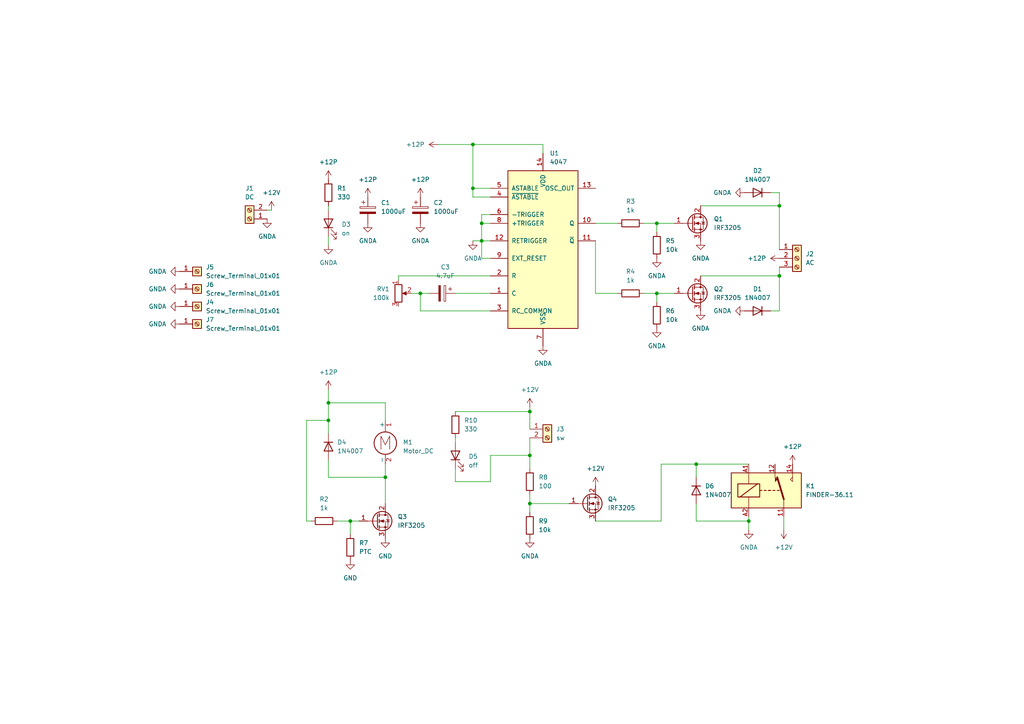
<source format=kicad_sch>
(kicad_sch (version 20230121) (generator eeschema)
  (paper "A4")
  (lib_symbols
    (symbol "4xxx:4047" (pin_names (offset 1.016))
      (property "Reference" "U" (at -7.62 24.13 0))
      (property "Value" "4047" (at -7.62 -24.13 0))
      (symbol "4047_1_0"
        (pin input line (at -15.24 -12.7 0) (length 5.08) (name "C") (number "1"))
        (pin output line (at 15.24 7.62 180) (length 5.08) (name "Q") (number "10"))
        (pin output line (at 15.24 2.54 180) (length 5.08) (name "~{Q}") (number "11"))
        (pin input line (at -15.24 2.54 0) (length 5.08) (name "RETRIGGER") (number "12"))
        (pin output line (at 15.24 17.78 180) (length 5.08) (name "OSC_OUT") (number "13"))
        (pin power_in line (at 0 27.94 270) (length 5.08) (name "VDD") (number "14"))
        (pin input line (at -15.24 -7.62 0) (length 5.08) (name "R") (number "2"))
        (pin input line (at -15.24 -17.78 0) (length 5.08) (name "RC_COMMON") (number "3"))
        (pin input line (at -15.24 15.24 0) (length 5.08) (name "~{ASTABLE}") (number "4"))
        (pin input line (at -15.24 17.78 0) (length 5.08) (name "ASTABLE") (number "5"))
        (pin input line (at -15.24 10.16 0) (length 5.08) (name "-TRIGGER") (number "6"))
        (pin power_in line (at 0 -27.94 90) (length 5.08) (name "VSS") (number "7"))
        (pin input line (at -15.24 7.62 0) (length 5.08) (name "+TRIGGER") (number "8"))
        (pin input line (at -15.24 -2.54 0) (length 5.08) (name "EXT_RESET") (number "9"))
      )
      (symbol "4047_1_1"
        (rectangle (start -10.16 22.86) (end 10.16 -22.86) (stroke (width 0.254)) (fill (type background)))
      )
    )
    (symbol "Connector:Screw_Terminal_01x01" (pin_names (offset 1.016) hide)
      (property "Reference" "J" (at 0 2.54 0))
      (property "Value" "Screw_Terminal_01x01" (at 0 -2.54 0))
      (symbol "Screw_Terminal_01x01_1_1"
        (rectangle (start -1.27 1.27) (end 1.27 -1.27) (stroke (width 0.254)) (fill (type background)))
        (polyline (pts (xy -0.5334 0.3302) (xy 0.3302 -0.508)) (stroke (width 0.1524)))
        (polyline (pts (xy -0.3556 0.508) (xy 0.508 -0.3302)) (stroke (width 0.1524)))
        (circle (center 0 0) (radius 0.635) (stroke (width 0.1524)))
        (pin passive line (at -5.08 0 0) (length 3.81) (name "Pin_1") (number "1"))
      )
    )
    (symbol "Connector:Screw_Terminal_01x02" (pin_names (offset 1.016) hide)
      (property "Reference" "J" (at 0 2.54 0))
      (property "Value" "Screw_Terminal_01x02" (at 0 -5.08 0))
      (symbol "Screw_Terminal_01x02_1_1"
        (rectangle (start -1.27 1.27) (end 1.27 -3.81) (stroke (width 0.254)) (fill (type background)))
        (circle (center 0 -2.54) (radius 0.635) (stroke (width 0.1524)))
        (polyline (pts (xy -0.5334 -2.2098) (xy 0.3302 -3.048)) (stroke (width 0.1524)))
        (polyline (pts (xy -0.5334 0.3302) (xy 0.3302 -0.508)) (stroke (width 0.1524)))
        (polyline (pts (xy -0.3556 -2.032) (xy 0.508 -2.8702)) (stroke (width 0.1524)))
        (polyline (pts (xy -0.3556 0.508) (xy 0.508 -0.3302)) (stroke (width 0.1524)))
        (circle (center 0 0) (radius 0.635) (stroke (width 0.1524)))
        (pin passive line (at -5.08 0 0) (length 3.81) (name "Pin_1") (number "1"))
        (pin passive line (at -5.08 -2.54 0) (length 3.81) (name "Pin_2") (number "2"))
      )
    )
    (symbol "Connector:Screw_Terminal_01x03" (pin_names (offset 1.016) hide)
      (property "Reference" "J" (at 0 5.08 0))
      (property "Value" "Screw_Terminal_01x03" (at 0 -5.08 0))
      (symbol "Screw_Terminal_01x03_1_1"
        (rectangle (start -1.27 3.81) (end 1.27 -3.81) (stroke (width 0.254)) (fill (type background)))
        (circle (center 0 -2.54) (radius 0.635) (stroke (width 0.1524)))
        (polyline (pts (xy -0.5334 -2.2098) (xy 0.3302 -3.048)) (stroke (width 0.1524)))
        (polyline (pts (xy -0.5334 0.3302) (xy 0.3302 -0.508)) (stroke (width 0.1524)))
        (polyline (pts (xy -0.5334 2.8702) (xy 0.3302 2.032)) (stroke (width 0.1524)))
        (polyline (pts (xy -0.3556 -2.032) (xy 0.508 -2.8702)) (stroke (width 0.1524)))
        (polyline (pts (xy -0.3556 0.508) (xy 0.508 -0.3302)) (stroke (width 0.1524)))
        (polyline (pts (xy -0.3556 3.048) (xy 0.508 2.2098)) (stroke (width 0.1524)))
        (circle (center 0 0) (radius 0.635) (stroke (width 0.1524)))
        (circle (center 0 2.54) (radius 0.635) (stroke (width 0.1524)))
        (pin passive line (at -5.08 2.54 0) (length 3.81) (name "Pin_1") (number "1"))
        (pin passive line (at -5.08 0 0) (length 3.81) (name "Pin_2") (number "2"))
        (pin passive line (at -5.08 -2.54 0) (length 3.81) (name "Pin_3") (number "3"))
      )
    )
    (symbol "Device:C_Polarized" (pin_numbers hide) (pin_names (offset 0.254))
      (property "Reference" "C" (at 0.635 2.54 0))
      (property "Value" "C_Polarized" (at 0.635 -2.54 0))
      (symbol "C_Polarized_0_1"
        (rectangle (start -2.286 0.508) (end 2.286 1.016))
        (polyline (pts (xy -1.778 2.286) (xy -0.762 2.286)))
        (polyline (pts (xy -1.27 2.794) (xy -1.27 1.778)))
        (rectangle (start 2.286 -0.508) (end -2.286 -1.016) (fill (type outline)))
      )
      (symbol "C_Polarized_1_1"
        (pin passive line (at 0 3.81 270) (length 2.794) (name "~") (number "1"))
        (pin passive line (at 0 -3.81 90) (length 2.794) (name "~") (number "2"))
      )
    )
    (symbol "Device:LED" (pin_numbers hide) (pin_names (offset 1.016) hide)
      (property "Reference" "D" (at 0 2.54 0))
      (property "Value" "LED" (at 0 -2.54 0))
      (symbol "LED_0_1"
        (polyline (pts (xy -1.27 -1.27) (xy -1.27 1.27)) (stroke (width 0.254)))
        (polyline (pts (xy -1.27 0) (xy 1.27 0)))
        (polyline (pts (xy 1.27 -1.27) (xy 1.27 1.27) (xy -1.27 0) (xy 1.27 -1.27)) (stroke (width 0.254)))
        (polyline (pts (xy -3.048 -0.762) (xy -4.572 -2.286) (xy -3.81 -2.286) (xy -4.572 -2.286) (xy -4.572 -1.524)))
        (polyline (pts (xy -1.778 -0.762) (xy -3.302 -2.286) (xy -2.54 -2.286) (xy -3.302 -2.286) (xy -3.302 -1.524)))
      )
      (symbol "LED_1_1"
        (pin passive line (at -3.81 0 0) (length 2.54) (name "K") (number "1"))
        (pin passive line (at 3.81 0 180) (length 2.54) (name "A") (number "2"))
      )
    )
    (symbol "Device:R" (pin_numbers hide) (pin_names (offset 0))
      (property "Reference" "R" (at 2.032 0 90))
      (property "Value" "R" (at 0 0 90))
      (symbol "R_0_1"
        (rectangle (start -1.016 -2.54) (end 1.016 2.54) (stroke (width 0.254)))
      )
      (symbol "R_1_1"
        (pin passive line (at 0 3.81 270) (length 1.27) (name "~") (number "1"))
        (pin passive line (at 0 -3.81 90) (length 1.27) (name "~") (number "2"))
      )
    )
    (symbol "Device:R_Potentiometer" (pin_names (offset 1.016) hide)
      (property "Reference" "RV" (at -4.445 0 90))
      (property "Value" "R_Potentiometer" (at -2.54 0 90))
      (symbol "R_Potentiometer_0_1"
        (polyline (pts (xy 2.54 0) (xy 1.524 0)))
        (polyline (pts (xy 1.143 0) (xy 2.286 0.508) (xy 2.286 -0.508) (xy 1.143 0)) (fill (type outline)))
        (rectangle (start 1.016 2.54) (end -1.016 -2.54) (stroke (width 0.254)))
      )
      (symbol "R_Potentiometer_1_1"
        (pin passive line (at 0 3.81 270) (length 1.27) (name "1") (number "1"))
        (pin passive line (at 3.81 0 180) (length 1.27) (name "2") (number "2"))
        (pin passive line (at 0 -3.81 90) (length 1.27) (name "3") (number "3"))
      )
    )
    (symbol "Diode:1N4007" (pin_numbers hide) (pin_names hide)
      (property "Reference" "D" (at 0 2.54 0))
      (property "Value" "1N4007" (at 0 -2.54 0))
      (symbol "1N4007_0_1"
        (polyline (pts (xy -1.27 1.27) (xy -1.27 -1.27)) (stroke (width 0.254)))
        (polyline (pts (xy 1.27 0) (xy -1.27 0)))
        (polyline (pts (xy 1.27 1.27) (xy 1.27 -1.27) (xy -1.27 0) (xy 1.27 1.27)) (stroke (width 0.254)))
      )
      (symbol "1N4007_1_1"
        (pin passive line (at -3.81 0 0) (length 2.54) (name "K") (number "1"))
        (pin passive line (at 3.81 0 180) (length 2.54) (name "A") (number "2"))
      )
    )
    (symbol "Motor:Motor_DC" (pin_names (offset 0))
      (property "Reference" "M" (at 2.54 2.54 0))
      (property "Value" "Motor_DC" (at 2.54 -5.08 0))
      (symbol "Motor_DC_0_0"
        (polyline (pts (xy -1.27 -3.302) (xy -1.27 0.508) (xy 0 -2.032) (xy 1.27 0.508) (xy 1.27 -3.302)))
      )
      (symbol "Motor_DC_0_1"
        (circle (center 0 -1.524) (radius 3.2512) (stroke (width 0.254)))
        (polyline (pts (xy 0 -7.62) (xy 0 -7.112)))
        (polyline (pts (xy 0 -4.7752) (xy 0 -5.1816)))
        (polyline (pts (xy 0 1.7272) (xy 0 2.0828)))
        (polyline (pts (xy 0 2.032) (xy 0 2.54)))
      )
      (symbol "Motor_DC_1_1"
        (pin passive line (at 0 5.08 270) (length 2.54) (name "+") (number "1"))
        (pin passive line (at 0 -7.62 90) (length 2.54) (name "-") (number "2"))
      )
    )
    (symbol "Relay:FINDER-36.11"
      (property "Reference" "K" (at 11.43 3.81 0))
      (property "Value" "FINDER-36.11" (at 11.43 1.27 0))
      (symbol "FINDER-36.11_0_0"
        (polyline (pts (xy 2.54 3.81) (xy 2.54 5.08)))
        (polyline (pts (xy 7.62 3.81) (xy 7.62 5.08)))
        (polyline (pts (xy 7.62 3.81) (xy 7.62 2.54) (xy 6.985 3.175) (xy 7.62 3.81)))
      )
      (symbol "FINDER-36.11_0_1"
        (rectangle (start -10.16 5.08) (end 10.16 -5.08) (stroke (width 0.254)) (fill (type background)))
        (rectangle (start -8.255 1.905) (end -1.905 -1.905) (stroke (width 0.254)))
        (polyline (pts (xy -7.62 -1.905) (xy -2.54 1.905)) (stroke (width 0.254)))
        (polyline (pts (xy -5.08 -5.08) (xy -5.08 -1.905)))
        (polyline (pts (xy -5.08 5.08) (xy -5.08 1.905)))
        (polyline (pts (xy -1.905 0) (xy -1.27 0)) (stroke (width 0.254)))
        (polyline (pts (xy -0.635 0) (xy 0 0)) (stroke (width 0.254)))
        (polyline (pts (xy 0.635 0) (xy 1.27 0)) (stroke (width 0.254)))
        (polyline (pts (xy 0.635 0) (xy 1.27 0)) (stroke (width 0.254)))
        (polyline (pts (xy 1.905 0) (xy 2.54 0)) (stroke (width 0.254)))
        (polyline (pts (xy 3.175 0) (xy 3.81 0)) (stroke (width 0.254)))
        (polyline (pts (xy 5.08 -2.54) (xy 3.175 3.81)) (stroke (width 0.508)))
        (polyline (pts (xy 5.08 -2.54) (xy 5.08 -5.08)))
        (polyline (pts (xy 2.54 2.54) (xy 3.175 3.175) (xy 2.54 3.81)) (fill (type outline)))
      )
      (symbol "FINDER-36.11_1_1"
        (pin passive line (at 5.08 -7.62 90) (length 2.54) (name "~") (number "11"))
        (pin passive line (at 2.54 7.62 270) (length 2.54) (name "~") (number "12"))
        (pin passive line (at 7.62 7.62 270) (length 2.54) (name "~") (number "14"))
        (pin passive line (at -5.08 7.62 270) (length 2.54) (name "~") (number "A1"))
        (pin passive line (at -5.08 -7.62 90) (length 2.54) (name "~") (number "A2"))
      )
    )
    (symbol "Transistor_FET:IRF3205" (pin_names hide)
      (property "Reference" "Q" (at 6.35 1.905 0))
      (property "Value" "IRF3205" (at 6.35 0 0))
      (symbol "IRF3205_0_1"
        (polyline (pts (xy 0.254 0) (xy -2.54 0)))
        (polyline (pts (xy 0.254 1.905) (xy 0.254 -1.905)) (stroke (width 0.254)))
        (polyline (pts (xy 0.762 -1.27) (xy 0.762 -2.286)) (stroke (width 0.254)))
        (polyline (pts (xy 0.762 0.508) (xy 0.762 -0.508)) (stroke (width 0.254)))
        (polyline (pts (xy 0.762 2.286) (xy 0.762 1.27)) (stroke (width 0.254)))
        (polyline (pts (xy 2.54 2.54) (xy 2.54 1.778)))
        (polyline (pts (xy 2.54 -2.54) (xy 2.54 0) (xy 0.762 0)))
        (polyline (pts (xy 0.762 -1.778) (xy 3.302 -1.778) (xy 3.302 1.778) (xy 0.762 1.778)))
        (polyline (pts (xy 1.016 0) (xy 2.032 0.381) (xy 2.032 -0.381) (xy 1.016 0)) (fill (type outline)))
        (polyline (pts (xy 2.794 0.508) (xy 2.921 0.381) (xy 3.683 0.381) (xy 3.81 0.254)))
        (polyline (pts (xy 3.302 0.381) (xy 2.921 -0.254) (xy 3.683 -0.254) (xy 3.302 0.381)))
        (circle (center 1.651 0) (radius 2.794) (stroke (width 0.254)))
        (circle (center 2.54 -1.778) (radius 0.254) (fill (type outline)))
        (circle (center 2.54 1.778) (radius 0.254) (fill (type outline)))
      )
      (symbol "IRF3205_1_1"
        (pin input line (at -5.08 0 0) (length 2.54) (name "G") (number "1"))
        (pin passive line (at 2.54 5.08 270) (length 2.54) (name "D") (number "2"))
        (pin passive line (at 2.54 -5.08 90) (length 2.54) (name "S") (number "3"))
      )
    )
    (symbol "power:+12P" (power) (pin_names (offset 0))
      (property "Value" "+12P" (at 0 3.556 0))
      (symbol "+12P_0_1"
        (polyline (pts (xy -0.762 1.27) (xy 0 2.54)))
        (polyline (pts (xy 0 0) (xy 0 2.54)))
        (polyline (pts (xy 0 2.54) (xy 0.762 1.27)))
      )
      (symbol "+12P_1_1"
        (pin power_in line (at 0 0 90) (length 0) hide (name "+12P") (number "1"))
      )
    )
    (symbol "power:+12V" (power) (pin_names (offset 0))
      (property "Value" "+12V" (at 0 3.556 0))
      (symbol "+12V_0_1"
        (polyline (pts (xy -0.762 1.27) (xy 0 2.54)))
        (polyline (pts (xy 0 0) (xy 0 2.54)))
        (polyline (pts (xy 0 2.54) (xy 0.762 1.27)))
      )
      (symbol "+12V_1_1"
        (pin power_in line (at 0 0 90) (length 0) hide (name "+12V") (number "1"))
      )
    )
    (symbol "power:GND" (power) (pin_names (offset 0))
      (property "Value" "GND" (at 0 -3.81 0))
      (symbol "GND_0_1"
        (polyline (pts (xy 0 0) (xy 0 -1.27) (xy 1.27 -1.27) (xy 0 -2.54) (xy -1.27 -1.27) (xy 0 -1.27)))
      )
      (symbol "GND_1_1"
        (pin power_in line (at 0 0 270) (length 0) hide (name "GND") (number "1"))
      )
    )
    (symbol "power:GNDA" (power) (pin_names (offset 0))
      (property "Value" "GNDA" (at 0 -3.81 0))
      (symbol "GNDA_0_1"
        (polyline (pts (xy 0 0) (xy 0 -1.27) (xy 1.27 -1.27) (xy 0 -2.54) (xy -1.27 -1.27) (xy 0 -1.27)))
      )
      (symbol "GNDA_1_1"
        (pin power_in line (at 0 0 270) (length 0) hide (name "GNDA") (number "1"))
      )
    )
  )
  (junction (at 101.6 151.13))
  (junction (at 190.5 85.09))
  (junction (at 190.5 64.77))
  (junction (at 153.67 132.08))
  (junction (at 226.06 80.01))
  (junction (at 121.92 85.09))
  (junction (at 95.25 121.92))
  (junction (at 95.25 116.84))
  (junction (at 111.76 138.43))
  (junction (at 217.17 151.13))
  (junction (at 153.67 119.38))
  (junction (at 137.16 41.91))
  (junction (at 137.16 54.61))
  (junction (at 153.67 146.05))
  (junction (at 139.7 64.77))
  (junction (at 139.7 69.85))
  (junction (at 226.06 59.69))
  (junction (at 201.93 134.62))
  (wire (pts (xy 186.69 64.77) (xy 190.5 64.77)))
  (wire (pts (xy 201.93 146.05) (xy 201.93 151.13)))
  (wire (pts (xy 226.06 80.01) (xy 203.2 80.01)))
  (wire (pts (xy 172.72 151.13) (xy 191.77 151.13)))
  (wire (pts (xy 88.9 121.92) (xy 95.25 121.92)))
  (wire (pts (xy 190.5 64.77) (xy 190.5 67.31)))
  (wire (pts (xy 226.06 77.47) (xy 226.06 80.01)))
  (wire (pts (xy 165.1 146.05) (xy 153.67 146.05)))
  (wire (pts (xy 95.25 116.84) (xy 111.76 116.84)))
  (wire (pts (xy 132.08 139.7) (xy 142.24 139.7)))
  (wire (pts (xy 137.16 69.85) (xy 139.7 69.85)))
  (wire (pts (xy 153.67 118.11) (xy 153.67 119.38)))
  (wire (pts (xy 191.77 134.62) (xy 201.93 134.62)))
  (wire (pts (xy 226.06 59.69) (xy 203.2 59.69)))
  (wire (pts (xy 137.16 57.15) (xy 142.24 57.15)))
  (wire (pts (xy 190.5 85.09) (xy 190.5 87.63)))
  (wire (pts (xy 201.93 151.13) (xy 217.17 151.13)))
  (wire (pts (xy 95.25 138.43) (xy 111.76 138.43)))
  (wire (pts (xy 95.25 113.03) (xy 95.25 116.84)))
  (wire (pts (xy 217.17 151.13) (xy 217.17 153.67)))
  (wire (pts (xy 190.5 64.77) (xy 195.58 64.77)))
  (wire (pts (xy 153.67 146.05) (xy 153.67 143.51)))
  (wire (pts (xy 132.08 85.09) (xy 142.24 85.09)))
  (wire (pts (xy 139.7 64.77) (xy 139.7 69.85)))
  (wire (pts (xy 132.08 135.89) (xy 132.08 139.7)))
  (wire (pts (xy 226.06 72.39) (xy 226.06 59.69)))
  (wire (pts (xy 153.67 132.08) (xy 153.67 135.89)))
  (wire (pts (xy 111.76 134.62) (xy 111.76 138.43)))
  (wire (pts (xy 201.93 134.62) (xy 217.17 134.62)))
  (wire (pts (xy 153.67 119.38) (xy 153.67 124.46)))
  (wire (pts (xy 95.25 125.73) (xy 95.25 121.92)))
  (wire (pts (xy 142.24 90.17) (xy 121.92 90.17)))
  (wire (pts (xy 157.48 41.91) (xy 137.16 41.91)))
  (wire (pts (xy 142.24 139.7) (xy 142.24 132.08)))
  (wire (pts (xy 95.25 68.58) (xy 95.25 71.12)))
  (wire (pts (xy 172.72 64.77) (xy 179.07 64.77)))
  (wire (pts (xy 88.9 151.13) (xy 88.9 121.92)))
  (wire (pts (xy 226.06 80.01) (xy 226.06 90.17)))
  (wire (pts (xy 90.17 151.13) (xy 88.9 151.13)))
  (wire (pts (xy 115.57 80.01) (xy 142.24 80.01)))
  (wire (pts (xy 127 41.91) (xy 137.16 41.91)))
  (wire (pts (xy 142.24 132.08) (xy 153.67 132.08)))
  (wire (pts (xy 142.24 74.93) (xy 139.7 74.93)))
  (wire (pts (xy 139.7 69.85) (xy 142.24 69.85)))
  (wire (pts (xy 115.57 80.01) (xy 115.57 81.28)))
  (wire (pts (xy 201.93 138.43) (xy 201.93 134.62)))
  (wire (pts (xy 97.79 151.13) (xy 101.6 151.13)))
  (wire (pts (xy 95.25 121.92) (xy 95.25 116.84)))
  (wire (pts (xy 101.6 154.94) (xy 101.6 151.13)))
  (wire (pts (xy 95.25 59.69) (xy 95.25 60.96)))
  (wire (pts (xy 227.33 153.67) (xy 227.33 149.86)))
  (wire (pts (xy 217.17 149.86) (xy 217.17 151.13)))
  (wire (pts (xy 78.74 60.96) (xy 77.47 60.96)))
  (wire (pts (xy 190.5 85.09) (xy 195.58 85.09)))
  (wire (pts (xy 157.48 44.45) (xy 157.48 41.91)))
  (wire (pts (xy 137.16 54.61) (xy 137.16 57.15)))
  (wire (pts (xy 186.69 85.09) (xy 190.5 85.09)))
  (wire (pts (xy 142.24 62.23) (xy 139.7 62.23)))
  (wire (pts (xy 172.72 69.85) (xy 172.72 85.09)))
  (wire (pts (xy 137.16 41.91) (xy 137.16 54.61)))
  (wire (pts (xy 139.7 74.93) (xy 139.7 69.85)))
  (wire (pts (xy 101.6 151.13) (xy 104.14 151.13)))
  (wire (pts (xy 111.76 138.43) (xy 111.76 146.05)))
  (wire (pts (xy 132.08 127) (xy 132.08 128.27)))
  (wire (pts (xy 137.16 54.61) (xy 142.24 54.61)))
  (wire (pts (xy 139.7 62.23) (xy 139.7 64.77)))
  (wire (pts (xy 121.92 90.17) (xy 121.92 85.09)))
  (wire (pts (xy 111.76 116.84) (xy 111.76 121.92)))
  (wire (pts (xy 191.77 151.13) (xy 191.77 134.62)))
  (wire (pts (xy 121.92 85.09) (xy 124.46 85.09)))
  (wire (pts (xy 153.67 146.05) (xy 153.67 148.59)))
  (wire (pts (xy 95.25 133.35) (xy 95.25 138.43)))
  (wire (pts (xy 223.52 55.88) (xy 226.06 55.88)))
  (wire (pts (xy 226.06 55.88) (xy 226.06 59.69)))
  (wire (pts (xy 142.24 64.77) (xy 139.7 64.77)))
  (wire (pts (xy 132.08 119.38) (xy 153.67 119.38)))
  (wire (pts (xy 172.72 85.09) (xy 179.07 85.09)))
  (wire (pts (xy 223.52 90.17) (xy 226.06 90.17)))
  (wire (pts (xy 153.67 127) (xy 153.67 132.08)))
  (wire (pts (xy 119.38 85.09) (xy 121.92 85.09)))
  (symbol (lib_id "power:+12V") (at 78.74 60.96 0) (unit 1)
    (property "Reference" "#PWR024" (effects hide))
    (property "Value" "+12V" (at 78.74 55.88 0))
  )
  (symbol (lib_id "power:GNDA") (at 217.17 153.67 0) (unit 1)
    (property "Reference" "#PWR030" (effects hide))
    (property "Value" "GNDA" (at 217.17 158.75 0))
  )
  (symbol (lib_id "Device:C_Polarized") (at 128.27 85.09 270) (unit 1)
    (property "Reference" "C3" (at 129.159 77.47 90))
    (property "Value" "4.7uF" (at 129.159 80.01 90))
    (property "Footprint" "Capacitor_THT:CP_Radial_D5.0mm_P2.50mm" (effects hide))
  )
  (symbol (lib_id "Transistor_FET:IRF3205") (at 109.22 151.13 0) (unit 1)
    (property "Reference" "Q3" (at 115.316 149.86 0) (effects (justify left)))
    (property "Value" "IRF3205" (at 115.316 152.4 0) (effects (justify left)))
    (property "Footprint" "Package_TO_SOT_THT:TO-220-3_Vertical" (effects hide))
    (property "Datasheet" "http://www.irf.com/product-info/datasheets/data/irf3205.pdf" (effects hide))
  )
  (symbol (lib_id "Diode:1N4007") (at 219.71 55.88 180) (unit 1)
    (property "Reference" "D2" (at 219.71 49.53 0))
    (property "Value" "1N4007" (at 219.71 52.07 0))
    (property "Footprint" "Diode_THT:D_DO-41_SOD81_P10.16mm_Horizontal" (effects hide))
    (property "Datasheet" "http://www.vishay.com/docs/88503/1n4001.pdf" (effects hide))
    (property "Sim.Device" "D" (effects hide))
    (property "Sim.Pins" "1=K 2=A" (effects hide))
  )
  (symbol (lib_id "power:GNDA") (at 153.67 156.21 0) (unit 1)
    (property "Reference" "#PWR023" (effects hide))
    (property "Value" "GNDA" (at 153.67 161.29 0))
  )
  (symbol (lib_id "power:GNDA") (at 190.5 95.25 0) (unit 1)
    (property "Reference" "#PWR013" (effects hide))
    (property "Value" "GNDA" (at 190.5 100.33 0))
  )
  (symbol (lib_id "power:GNDA") (at 215.9 90.17 270) (unit 1)
    (property "Reference" "#PWR016" (effects hide))
    (property "Value" "GNDA" (at 212.09 90.17 90) (effects (justify right)))
  )
  (symbol (lib_id "power:GND") (at 101.6 162.56 0) (unit 1)
    (property "Reference" "#PWR020" (effects hide))
    (property "Value" "GND" (at 101.6 167.64 0))
  )
  (symbol (lib_id "Device:LED") (at 132.08 132.08 90) (unit 1)
    (property "Reference" "D5" (at 135.89 132.3975 90) (effects (justify right)))
    (property "Value" "off" (at 135.89 134.9375 90) (effects (justify right)))
    (property "Footprint" "LED_THT:LED_D5.0mm" (effects hide))
  )
  (symbol (lib_id "Motor:Motor_DC") (at 111.76 127 0) (unit 1)
    (property "Reference" "M1" (at 116.84 128.27 0) (effects (justify left)))
    (property "Value" "Motor_DC" (at 116.84 130.81 0) (effects (justify left)))
    (property "Footprint" "Connector_PinHeader_2.54mm:PinHeader_1x02_P2.54mm_Vertical" (effects hide))
  )
  (symbol (lib_id "Device:R") (at 153.67 139.7 180) (unit 1)
    (property "Reference" "R8" (at 156.21 138.43 0) (effects (justify right)))
    (property "Value" "100" (at 156.21 140.97 0) (effects (justify right)))
    (property "Footprint" "Resistor_THT:R_Axial_DIN0207_L6.3mm_D2.5mm_P7.62mm_Horizontal" (effects hide))
  )
  (symbol (lib_id "Device:C_Polarized") (at 121.92 60.96 0) (unit 1)
    (property "Reference" "C2" (at 125.73 58.801 0) (effects (justify left)))
    (property "Value" "1000uF" (at 125.73 61.341 0) (effects (justify left)))
    (property "Footprint" "Capacitor_THT:CP_Radial_D10.0mm_P5.00mm" (effects hide))
  )
  (symbol (lib_id "power:+12P") (at 106.68 57.15 0) (unit 1)
    (property "Reference" "#PWR05" (effects hide))
    (property "Value" "+12P" (at 106.68 52.07 0))
  )
  (symbol (lib_id "Connector:Screw_Terminal_01x01") (at 57.15 88.9 0) (unit 1)
    (property "Reference" "J4" (at 59.69 87.63 0) (effects (justify left)))
    (property "Value" "Screw_Terminal_01x01" (at 59.69 90.17 0) (effects (justify left)))
    (property "Footprint" "Connector_PinHeader_2.54mm:PinHeader_1x01_P2.54mm_Vertical" (effects hide))
  )
  (symbol (lib_id "power:+12V") (at 172.72 140.97 0) (unit 1)
    (property "Reference" "#PWR01" (effects hide))
    (property "Value" "+12V" (at 172.72 135.89 0))
  )
  (symbol (lib_id "power:+12P") (at 226.06 74.93 90) (unit 1)
    (property "Reference" "#PWR018" (effects hide))
    (property "Value" "+12P" (at 222.25 74.93 90) (effects (justify left)))
  )
  (symbol (lib_id "power:GNDA") (at 137.16 69.85 0) (unit 1)
    (property "Reference" "#PWR010" (effects hide))
    (property "Value" "GNDA" (at 137.16 74.93 0))
  )
  (symbol (lib_id "power:+12P") (at 95.25 52.07 0) (unit 1)
    (property "Reference" "#PWR03" (effects hide))
    (property "Value" "+12P" (at 95.25 46.99 0))
  )
  (symbol (lib_id "power:+12P") (at 95.25 113.03 0) (unit 1)
    (property "Reference" "#PWR019" (effects hide))
    (property "Value" "+12P" (at 95.25 107.95 0))
  )
  (symbol (lib_id "Device:LED") (at 95.25 64.77 90) (unit 1)
    (property "Reference" "D3" (at 99.06 65.0875 90) (effects (justify right)))
    (property "Value" "on" (at 99.06 67.6275 90) (effects (justify right)))
    (property "Footprint" "LED_THT:LED_D5.0mm" (effects hide))
  )
  (symbol (lib_id "power:GNDA") (at 52.07 83.82 270) (unit 1)
    (property "Reference" "#PWR027" (effects hide))
    (property "Value" "GNDA" (at 48.26 83.82 90) (effects (justify right)))
  )
  (symbol (lib_id "Diode:1N4007") (at 201.93 142.24 270) (unit 1)
    (property "Reference" "D6" (at 204.47 140.97 90) (effects (justify left)))
    (property "Value" "1N4007" (at 204.47 143.51 90) (effects (justify left)))
    (property "Footprint" "Diode_THT:D_DO-41_SOD81_P10.16mm_Horizontal" (effects hide))
    (property "Datasheet" "http://www.vishay.com/docs/88503/1n4001.pdf" (effects hide))
    (property "Sim.Device" "D" (effects hide))
    (property "Sim.Pins" "1=K 2=A" (effects hide))
  )
  (symbol (lib_id "power:GNDA") (at 215.9 55.88 270) (unit 1)
    (property "Reference" "#PWR017" (effects hide))
    (property "Value" "GNDA" (at 212.09 55.88 90) (effects (justify right)))
  )
  (symbol (lib_id "Device:C_Polarized") (at 106.68 60.96 0) (unit 1)
    (property "Reference" "C1" (at 110.49 58.801 0) (effects (justify left)))
    (property "Value" "1000uF" (at 110.49 61.341 0) (effects (justify left)))
    (property "Footprint" "Capacitor_THT:CP_Radial_D10.0mm_P5.00mm" (effects hide))
  )
  (symbol (lib_id "power:GNDA") (at 203.2 69.85 0) (unit 1)
    (property "Reference" "#PWR014" (effects hide))
    (property "Value" "GNDA" (at 203.2 74.93 0))
  )
  (symbol (lib_id "Transistor_FET:IRF3205") (at 200.66 64.77 0) (unit 1)
    (property "Reference" "Q1" (at 207.01 63.5 0) (effects (justify left)))
    (property "Value" "IRF3205" (at 207.01 66.04 0) (effects (justify left)))
    (property "Footprint" "Package_TO_SOT_THT:TO-220-3_Vertical" (effects hide))
    (property "Datasheet" "http://www.irf.com/product-info/datasheets/data/irf3205.pdf" (effects hide))
  )
  (symbol (lib_id "power:GND") (at 111.76 156.21 0) (unit 1)
    (property "Reference" "#PWR021" (effects hide))
    (property "Value" "GND" (at 111.76 161.29 0))
  )
  (symbol (lib_id "Transistor_FET:IRF3205") (at 200.66 85.09 0) (unit 1)
    (property "Reference" "Q2" (at 207.01 83.82 0) (effects (justify left)))
    (property "Value" "IRF3205" (at 207.01 86.36 0) (effects (justify left)))
    (property "Footprint" "Package_TO_SOT_THT:TO-220-3_Vertical" (effects hide))
    (property "Datasheet" "http://www.irf.com/product-info/datasheets/data/irf3205.pdf" (effects hide))
  )
  (symbol (lib_id "power:GNDA") (at 203.2 90.17 0) (unit 1)
    (property "Reference" "#PWR015" (effects hide))
    (property "Value" "GNDA" (at 203.2 95.25 0))
  )
  (symbol (lib_id "Diode:1N4007") (at 95.25 129.54 270) (unit 1)
    (property "Reference" "D4" (at 97.79 128.27 90) (effects (justify left)))
    (property "Value" "1N4007" (at 97.79 130.81 90) (effects (justify left)))
    (property "Footprint" "Diode_THT:D_DO-41_SOD81_P10.16mm_Horizontal" (effects hide))
    (property "Datasheet" "http://www.vishay.com/docs/88503/1n4001.pdf" (effects hide))
    (property "Sim.Device" "D" (effects hide))
    (property "Sim.Pins" "1=K 2=A" (effects hide))
  )
  (symbol (lib_id "power:GNDA") (at 52.07 93.98 270) (unit 1)
    (property "Reference" "#PWR029" (effects hide))
    (property "Value" "GNDA" (at 48.26 93.98 90) (effects (justify right)))
  )
  (symbol (lib_id "power:GNDA") (at 52.07 78.74 270) (unit 1)
    (property "Reference" "#PWR026" (effects hide))
    (property "Value" "GNDA" (at 48.26 78.74 90) (effects (justify right)))
  )
  (symbol (lib_id "Device:R") (at 190.5 91.44 180) (unit 1)
    (property "Reference" "R6" (at 193.04 90.17 0) (effects (justify right)))
    (property "Value" "10k" (at 193.04 92.71 0) (effects (justify right)))
    (property "Footprint" "Resistor_THT:R_Axial_DIN0207_L6.3mm_D2.5mm_P7.62mm_Horizontal" (effects hide))
  )
  (symbol (lib_id "Transistor_FET:IRF3205") (at 170.18 146.05 0) (unit 1)
    (property "Reference" "Q4" (at 176.276 144.78 0) (effects (justify left)))
    (property "Value" "IRF3205" (at 176.276 147.32 0) (effects (justify left)))
    (property "Footprint" "Package_TO_SOT_THT:TO-220-3_Vertical" (effects hide))
    (property "Datasheet" "http://www.irf.com/product-info/datasheets/data/irf3205.pdf" (effects hide))
  )
  (symbol (lib_id "Device:R") (at 101.6 158.75 0) (unit 1)
    (property "Reference" "R7" (at 104.14 157.48 0) (effects (justify left)))
    (property "Value" "PTC" (at 104.14 160.02 0) (effects (justify left)))
    (property "Footprint" "Resistor_THT:R_Axial_DIN0204_L3.6mm_D1.6mm_P5.08mm_Horizontal" (effects hide))
  )
  (symbol (lib_id "Device:R") (at 182.88 85.09 90) (unit 1)
    (property "Reference" "R4" (at 182.88 78.74 90))
    (property "Value" "1k" (at 182.88 81.28 90))
    (property "Footprint" "Resistor_THT:R_Axial_DIN0207_L6.3mm_D2.5mm_P7.62mm_Horizontal" (effects hide))
  )
  (symbol (lib_id "Device:R") (at 153.67 152.4 180) (unit 1)
    (property "Reference" "R9" (at 156.21 151.13 0) (effects (justify right)))
    (property "Value" "10k" (at 156.21 153.67 0) (effects (justify right)))
    (property "Footprint" "Resistor_THT:R_Axial_DIN0207_L6.3mm_D2.5mm_P7.62mm_Horizontal" (effects hide))
  )
  (symbol (lib_id "Device:R") (at 182.88 64.77 90) (unit 1)
    (property "Reference" "R3" (at 182.88 58.42 90))
    (property "Value" "1k" (at 182.88 60.96 90))
    (property "Footprint" "Resistor_THT:R_Axial_DIN0207_L6.3mm_D2.5mm_P7.62mm_Horizontal" (effects hide))
  )
  (symbol (lib_id "power:GNDA") (at 190.5 74.93 0) (unit 1)
    (property "Reference" "#PWR012" (effects hide))
    (property "Value" "GNDA" (at 190.5 80.01 0))
  )
  (symbol (lib_id "power:+12P") (at 121.92 57.15 0) (unit 1)
    (property "Reference" "#PWR07" (effects hide))
    (property "Value" "+12P" (at 121.92 52.07 0))
  )
  (symbol (lib_id "Device:R") (at 93.98 151.13 90) (unit 1)
    (property "Reference" "R2" (at 93.98 144.78 90))
    (property "Value" "1k" (at 93.98 147.32 90))
    (property "Footprint" "Resistor_THT:R_Axial_DIN0207_L6.3mm_D2.5mm_P7.62mm_Horizontal" (effects hide))
  )
  (symbol (lib_id "power:+12P") (at 229.87 134.62 0) (unit 1)
    (property "Reference" "#PWR025" (effects hide))
    (property "Value" "+12P" (at 229.87 129.54 0))
  )
  (symbol (lib_id "power:+12V") (at 153.67 118.11 0) (unit 1)
    (property "Reference" "#PWR022" (effects hide))
    (property "Value" "+12V" (at 153.67 113.03 0))
  )
  (symbol (lib_id "Connector:Screw_Terminal_01x03") (at 231.14 74.93 0) (unit 1)
    (property "Reference" "J2" (at 233.68 73.66 0) (effects (justify left)))
    (property "Value" "AC" (at 233.68 76.2 0) (effects (justify left)))
    (property "Footprint" "TerminalBlock:TerminalBlock_bornier-3_P5.08mm" (effects hide))
  )
  (symbol (lib_id "Connector:Screw_Terminal_01x01") (at 57.15 83.82 0) (unit 1)
    (property "Reference" "J6" (at 59.69 82.55 0) (effects (justify left)))
    (property "Value" "Screw_Terminal_01x01" (at 59.69 85.09 0) (effects (justify left)))
    (property "Footprint" "Connector_PinHeader_2.54mm:PinHeader_1x01_P2.54mm_Vertical" (effects hide))
  )
  (symbol (lib_id "power:GNDA") (at 52.07 88.9 270) (unit 1)
    (property "Reference" "#PWR028" (effects hide))
    (property "Value" "GNDA" (at 48.26 88.9 90) (effects (justify right)))
  )
  (symbol (lib_id "Relay:FINDER-36.11") (at 222.25 142.24 0) (unit 1)
    (property "Reference" "K1" (at 233.68 140.97 0) (effects (justify left)))
    (property "Value" "FINDER-36.11" (at 233.68 143.51 0) (effects (justify left)))
    (property "Footprint" "Relay_THT:Relay_SPDT_Finder_36.11" (effects hide))
    (property "Datasheet" "https://gfinder.findernet.com/public/attachments/36/EN/S36EN.pdf" (effects hide))
  )
  (symbol (lib_id "power:GNDA") (at 121.92 64.77 0) (unit 1)
    (property "Reference" "#PWR08" (effects hide))
    (property "Value" "GNDA" (at 121.92 69.85 0))
  )
  (symbol (lib_id "power:GNDA") (at 106.68 64.77 0) (unit 1)
    (property "Reference" "#PWR06" (effects hide))
    (property "Value" "GNDA" (at 106.68 69.85 0))
  )
  (symbol (lib_id "Device:R") (at 95.25 55.88 180) (unit 1)
    (property "Reference" "R1" (at 97.79 54.61 0) (effects (justify right)))
    (property "Value" "330" (at 97.79 57.15 0) (effects (justify right)))
    (property "Footprint" "Resistor_THT:R_Axial_DIN0207_L6.3mm_D2.5mm_P7.62mm_Horizontal" (effects hide))
  )
  (symbol (lib_id "Device:R_Potentiometer") (at 115.57 85.09 0) (unit 1)
    (property "Reference" "RV1" (at 113.03 83.82 0) (effects (justify right)))
    (property "Value" "100k" (at 113.03 86.36 0) (effects (justify right)))
    (property "Footprint" "Potentiometer_THT:Potentiometer_Runtron_RM-065_Vertical" (effects hide))
  )
  (symbol (lib_id "power:GNDA") (at 157.48 100.33 0) (unit 1)
    (property "Reference" "#PWR011" (effects hide))
    (property "Value" "GNDA" (at 157.48 105.41 0))
  )
  (symbol (lib_id "power:+12V") (at 227.33 153.67 180) (unit 1)
    (property "Reference" "#PWR031" (effects hide))
    (property "Value" "+12V" (at 227.33 158.75 0))
  )
  (symbol (lib_id "power:GNDA") (at 77.47 63.5 0) (unit 1)
    (property "Reference" "#PWR02" (effects hide))
    (property "Value" "GNDA" (at 77.47 68.58 0))
  )
  (symbol (lib_id "power:+12P") (at 127 41.91 90) (unit 1)
    (property "Reference" "#PWR09" (effects hide))
    (property "Value" "+12P" (at 123.19 41.91 90) (effects (justify left)))
  )
  (symbol (lib_id "Device:R") (at 190.5 71.12 180) (unit 1)
    (property "Reference" "R5" (at 193.04 69.85 0) (effects (justify right)))
    (property "Value" "10k" (at 193.04 72.39 0) (effects (justify right)))
    (property "Footprint" "Resistor_THT:R_Axial_DIN0207_L6.3mm_D2.5mm_P7.62mm_Horizontal" (effects hide))
  )
  (symbol (lib_id "Device:R") (at 132.08 123.19 180) (unit 1)
    (property "Reference" "R10" (at 134.62 121.92 0) (effects (justify right)))
    (property "Value" "330" (at 134.62 124.46 0) (effects (justify right)))
    (property "Footprint" "Resistor_THT:R_Axial_DIN0207_L6.3mm_D2.5mm_P7.62mm_Horizontal" (effects hide))
  )
  (symbol (lib_id "power:GNDA") (at 95.25 71.12 0) (unit 1)
    (property "Reference" "#PWR04" (effects hide))
    (property "Value" "GNDA" (at 95.25 76.2 0))
  )
  (symbol (lib_id "Connector:Screw_Terminal_01x01") (at 57.15 93.98 0) (unit 1)
    (property "Reference" "J7" (at 59.69 92.71 0) (effects (justify left)))
    (property "Value" "Screw_Terminal_01x01" (at 59.69 95.25 0) (effects (justify left)))
    (property "Footprint" "Connector_PinHeader_2.54mm:PinHeader_1x01_P2.54mm_Vertical" (effects hide))
  )
  (symbol (lib_id "Connector:Screw_Terminal_01x01") (at 57.15 78.74 0) (unit 1)
    (property "Reference" "J5" (at 59.69 77.47 0) (effects (justify left)))
    (property "Value" "Screw_Terminal_01x01" (at 59.69 80.01 0) (effects (justify left)))
    (property "Footprint" "Connector_PinHeader_2.54mm:PinHeader_1x01_P2.54mm_Vertical" (effects hide))
  )
  (symbol (lib_id "Connector:Screw_Terminal_01x02") (at 72.39 63.5 180) (unit 1)
    (property "Reference" "J1" (at 72.39 54.61 0))
    (property "Value" "DC" (at 72.39 57.15 0))
    (property "Footprint" "TerminalBlock:TerminalBlock_bornier-2_P5.08mm" (effects hide))
  )
  (symbol (lib_id "Connector:Screw_Terminal_01x02") (at 158.75 124.46 0) (unit 1)
    (property "Reference" "J3" (at 161.29 124.46 0) (effects (justify left)))
    (property "Value" "sw" (at 161.29 127 0) (effects (justify left)))
    (property "Footprint" "Connector_PinHeader_2.54mm:PinHeader_1x02_P2.54mm_Vertical" (effects hide))
  )
  (symbol (lib_id "Diode:1N4007") (at 219.71 90.17 180) (unit 1)
    (property "Reference" "D1" (at 219.71 83.82 0))
    (property "Value" "1N4007" (at 219.71 86.36 0))
    (property "Footprint" "Diode_THT:D_DO-41_SOD81_P10.16mm_Horizontal" (effects hide))
    (property "Datasheet" "http://www.vishay.com/docs/88503/1n4001.pdf" (effects hide))
    (property "Sim.Device" "D" (effects hide))
    (property "Sim.Pins" "1=K 2=A" (effects hide))
  )
  (symbol (lib_id "4xxx:4047") (at 157.48 72.39 0) (unit 1)
    (property "Reference" "U1" (at 159.4359 44.45 0) (effects (justify left)))
    (property "Value" "4047" (at 159.4359 46.99 0) (effects (justify left)))
    (property "Footprint" "Package_DIP:DIP-14_W7.62mm_LongPads" (effects hide))
    (property "Datasheet" "https://www.ti.com/lit/ds/symlink/cd4047b.pdf" (effects hide))
  )
)
</source>
